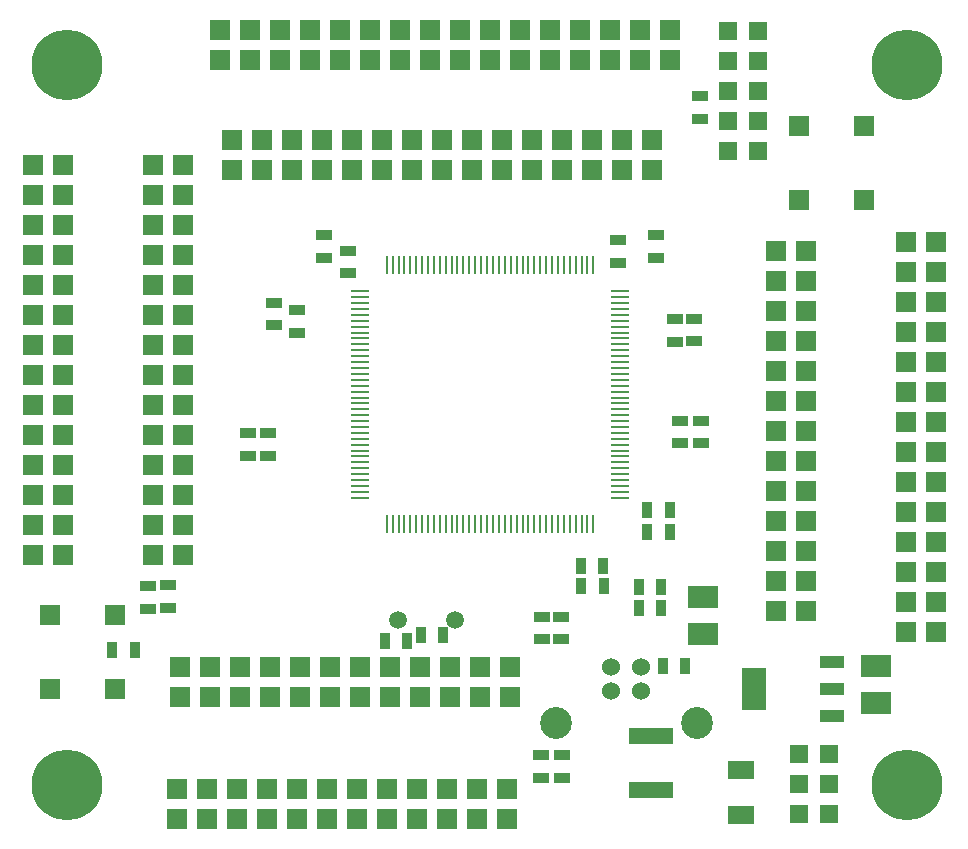
<source format=gbs>
G04 #@! TF.FileFunction,Soldermask,Bot*
%FSLAX46Y46*%
G04 Gerber Fmt 4.6, Leading zero omitted, Abs format (unit mm)*
G04 Created by KiCad (PCBNEW 0.201503110816+5502~22~ubuntu14.10.1-product) date St 11. březen 2015, 15:56:56 CET*
%MOMM*%
G01*
G04 APERTURE LIST*
%ADD10C,0.150000*%
%ADD11R,0.254000X1.524000*%
%ADD12R,1.524000X0.254000*%
%ADD13R,0.889000X1.397000*%
%ADD14R,1.397000X0.889000*%
%ADD15R,3.810000X1.397000*%
%ADD16C,1.524000*%
%ADD17C,2.700020*%
%ADD18C,1.501140*%
%ADD19R,2.199640X1.600200*%
%ADD20R,1.651000X1.651000*%
%ADD21R,2.032000X3.657600*%
%ADD22R,2.032000X1.016000*%
%ADD23R,2.499360X1.950720*%
%ADD24C,6.000000*%
%ADD25R,1.524000X1.524000*%
%ADD26R,1.676400X1.676400*%
G04 APERTURE END LIST*
D10*
D11*
X156324300Y-99885500D03*
X155816300Y-99885500D03*
X155321000Y-99885500D03*
X154825700Y-99885500D03*
X154317700Y-99885500D03*
X153822400Y-99885500D03*
X153327100Y-99885500D03*
X152819100Y-99885500D03*
X152323800Y-99885500D03*
X151828500Y-99885500D03*
X151320500Y-99885500D03*
X150825200Y-99885500D03*
X150329900Y-99885500D03*
X149821900Y-99885500D03*
X149326600Y-99885500D03*
X148831300Y-99885500D03*
X148323300Y-99885500D03*
X147828000Y-99885500D03*
X147320000Y-99885500D03*
X146824700Y-99885500D03*
X146316700Y-99885500D03*
X145821400Y-99885500D03*
X145326100Y-99885500D03*
X144818100Y-99885500D03*
X144322800Y-99885500D03*
X143827500Y-99885500D03*
X143319500Y-99885500D03*
X142824200Y-99885500D03*
X142328900Y-99885500D03*
X141820900Y-99885500D03*
X141325600Y-99885500D03*
X140830300Y-99885500D03*
X140322300Y-99885500D03*
X139827000Y-99885500D03*
X139331700Y-99885500D03*
X138823700Y-99885500D03*
D12*
X136588500Y-83146900D03*
X136588500Y-82651600D03*
X136588500Y-82156300D03*
X136588500Y-81648300D03*
X136588500Y-81153000D03*
X136588500Y-80657700D03*
X136588500Y-80149700D03*
X158559500Y-82651600D03*
X158559500Y-83146900D03*
X158559500Y-83654900D03*
X158559500Y-84150200D03*
X158559500Y-84645500D03*
X158559500Y-85153500D03*
X158559500Y-85648800D03*
X158559500Y-86144100D03*
X158559500Y-86652100D03*
X158559500Y-87147400D03*
X158559500Y-87642700D03*
X158559500Y-88150700D03*
X158559500Y-88646000D03*
X158559500Y-89154000D03*
X158559500Y-89649300D03*
X158559500Y-90157300D03*
X158559500Y-90652600D03*
X158559500Y-91147900D03*
X158559500Y-91655900D03*
X158559500Y-92151200D03*
X158559500Y-92646500D03*
X158559500Y-93154500D03*
X158559500Y-93649800D03*
X158559500Y-94145100D03*
X158559500Y-94653100D03*
X158559500Y-95148400D03*
X158559500Y-95643700D03*
X158559500Y-96151700D03*
X158559500Y-96647000D03*
X158559500Y-97142300D03*
X158559500Y-97650300D03*
X136588500Y-97650300D03*
X136588500Y-97142300D03*
X136588500Y-96647000D03*
X136588500Y-96151700D03*
X136588500Y-95643700D03*
X136588500Y-95148400D03*
X136588500Y-94653100D03*
X136588500Y-94145100D03*
X136588500Y-93649800D03*
X136588500Y-93154500D03*
X136588500Y-92646500D03*
X136588500Y-92151200D03*
X136588500Y-91655900D03*
X136588500Y-91147900D03*
X136588500Y-90652600D03*
X136588500Y-90157300D03*
X136588500Y-89649300D03*
X136588500Y-89154000D03*
X136588500Y-88646000D03*
X136588500Y-88150700D03*
X136588500Y-87642700D03*
X136588500Y-87147400D03*
X136588500Y-86652100D03*
X136588500Y-86144100D03*
X136588500Y-85648800D03*
X136588500Y-85153500D03*
X136588500Y-84645500D03*
X136588500Y-84150200D03*
X136588500Y-83654900D03*
D11*
X141325600Y-77914500D03*
X141820900Y-77914500D03*
X142328900Y-77914500D03*
X142824200Y-77914500D03*
X143319500Y-77914500D03*
X143827500Y-77914500D03*
X144322800Y-77914500D03*
X144818100Y-77914500D03*
X145326100Y-77914500D03*
X145821400Y-77914500D03*
X146316700Y-77914500D03*
X146824700Y-77914500D03*
X147320000Y-77914500D03*
X147828000Y-77914500D03*
X148323300Y-77914500D03*
X148831300Y-77914500D03*
X149326600Y-77914500D03*
X149821900Y-77914500D03*
X150329900Y-77914500D03*
X150825200Y-77914500D03*
X151320500Y-77914500D03*
X151828500Y-77914500D03*
X152323800Y-77914500D03*
X152819100Y-77914500D03*
X153327100Y-77914500D03*
X153822400Y-77914500D03*
X154317700Y-77914500D03*
X154825700Y-77914500D03*
X155321000Y-77914500D03*
X155816300Y-77914500D03*
X156324300Y-77914500D03*
X138823700Y-77914500D03*
X139331700Y-77914500D03*
X139827000Y-77914500D03*
X140322300Y-77914500D03*
X140830300Y-77914500D03*
D12*
X158559500Y-80149700D03*
X158559500Y-80657700D03*
X158559500Y-81153000D03*
X158559500Y-81648300D03*
X158559500Y-82156300D03*
D13*
X160896300Y-100533200D03*
X162801300Y-100533200D03*
D14*
X164871400Y-84391500D03*
X164871400Y-82486500D03*
X127076200Y-92189300D03*
X127076200Y-94094300D03*
D13*
X160896300Y-98704400D03*
X162801300Y-98704400D03*
D14*
X163652200Y-91122500D03*
X163652200Y-93027500D03*
X161645600Y-75399900D03*
X161645600Y-77304900D03*
X151892000Y-119443500D03*
X151892000Y-121348500D03*
X135559800Y-78651100D03*
X135559800Y-76746100D03*
X120289320Y-106967020D03*
X120289320Y-105062020D03*
X118587520Y-107017820D03*
X118587520Y-105112820D03*
X129311400Y-83019900D03*
X129311400Y-81114900D03*
X133502400Y-77330300D03*
X133502400Y-75425300D03*
D13*
X160185100Y-105156000D03*
X162090100Y-105156000D03*
X157187900Y-105079800D03*
X155282900Y-105079800D03*
D14*
X163245800Y-84416900D03*
X163245800Y-82511900D03*
D13*
X160159700Y-106934000D03*
X162064700Y-106934000D03*
D14*
X165455600Y-91122500D03*
X165455600Y-93027500D03*
X128778000Y-92189300D03*
X128778000Y-94094300D03*
X131216400Y-83680300D03*
X131216400Y-81775300D03*
X158445200Y-77762100D03*
X158445200Y-75857100D03*
D13*
X138645900Y-109778800D03*
X140550900Y-109778800D03*
X143598900Y-109270800D03*
X141693900Y-109270800D03*
D15*
X161239200Y-117830600D03*
X161239200Y-122402600D03*
D16*
X160395920Y-111998760D03*
X157855920Y-111998760D03*
X157855920Y-113997740D03*
X160395920Y-113997740D03*
D17*
X165125400Y-116697760D03*
X153126440Y-116697760D03*
D14*
X165328600Y-65570100D03*
X165328600Y-63665100D03*
D13*
X157162500Y-103378000D03*
X155257500Y-103378000D03*
D14*
X151993600Y-107708700D03*
X151993600Y-109613700D03*
X153619200Y-107708700D03*
X153619200Y-109613700D03*
D13*
X115608100Y-110490000D03*
X117513100Y-110490000D03*
D18*
X139748260Y-108000800D03*
X144630140Y-108000800D03*
D19*
X168808400Y-124505720D03*
X168808400Y-120705880D03*
D20*
X128955800Y-114477800D03*
X128955800Y-111937800D03*
X146481800Y-124841000D03*
X146481800Y-122301000D03*
X136575800Y-114477800D03*
X136575800Y-111937800D03*
X131241800Y-124841000D03*
X131241800Y-122301000D03*
X133781800Y-124841000D03*
X133781800Y-122301000D03*
X174345600Y-86868000D03*
X171805600Y-86868000D03*
X185318400Y-86106000D03*
X182778400Y-86106000D03*
X174345600Y-79248000D03*
X171805600Y-79248000D03*
X185318400Y-78486000D03*
X182778400Y-78486000D03*
X174345600Y-76708000D03*
X171805600Y-76708000D03*
X185318400Y-75946000D03*
X182778400Y-75946000D03*
X185318400Y-81026000D03*
X182778400Y-81026000D03*
X174345600Y-81788000D03*
X171805600Y-81788000D03*
X185318400Y-83566000D03*
X182778400Y-83566000D03*
X174345600Y-84328000D03*
X171805600Y-84328000D03*
X174345600Y-97028000D03*
X171805600Y-97028000D03*
X161290000Y-69850000D03*
X161290000Y-67310000D03*
X162814000Y-58039000D03*
X162814000Y-60579000D03*
X185318400Y-98806000D03*
X182778400Y-98806000D03*
X174345600Y-99568000D03*
X171805600Y-99568000D03*
X174345600Y-104648000D03*
X171805600Y-104648000D03*
X174345600Y-107188000D03*
X171805600Y-107188000D03*
X185318400Y-108966000D03*
X182778400Y-108966000D03*
X185318400Y-106426000D03*
X182778400Y-106426000D03*
X185318400Y-101346000D03*
X182778400Y-101346000D03*
X182778400Y-96266000D03*
X185318400Y-96266000D03*
X174345600Y-91948000D03*
X171805600Y-91948000D03*
X174345600Y-94488000D03*
X171805600Y-94488000D03*
X185318400Y-93726000D03*
X182778400Y-93726000D03*
X144195800Y-114477800D03*
X144195800Y-111937800D03*
X185318400Y-91186000D03*
X182778400Y-91186000D03*
X174345600Y-89408000D03*
X171805600Y-89408000D03*
X149021800Y-124841000D03*
X149021800Y-122301000D03*
X146735800Y-114477800D03*
X146735800Y-111937800D03*
X139115800Y-114477800D03*
X139115800Y-111937800D03*
X141655800Y-114477800D03*
X141655800Y-111937800D03*
X158750000Y-67310000D03*
X158750000Y-69850000D03*
X160274000Y-60579000D03*
X160274000Y-58039000D03*
X126415800Y-114477800D03*
X126415800Y-111937800D03*
X143941800Y-124841000D03*
X143941800Y-122301000D03*
X141401800Y-124841000D03*
X141401800Y-122301000D03*
X149275800Y-114477800D03*
X149275800Y-111937800D03*
X182778400Y-103886000D03*
X185318400Y-103886000D03*
X174345600Y-102108000D03*
X171805600Y-102108000D03*
X185318400Y-88646000D03*
X182778400Y-88646000D03*
X138861800Y-124841000D03*
X138861800Y-122301000D03*
X136321800Y-124841000D03*
X136321800Y-122301000D03*
X134035800Y-114477800D03*
X134035800Y-111937800D03*
X131495800Y-114477800D03*
X131495800Y-111937800D03*
X128701800Y-124841000D03*
X128701800Y-122301000D03*
X111404400Y-82169000D03*
X108864400Y-82169000D03*
X111404400Y-77089000D03*
X108864400Y-77089000D03*
X121564400Y-74549000D03*
X119024400Y-74549000D03*
X111404400Y-72009000D03*
X108864400Y-72009000D03*
X121564400Y-77089000D03*
X119024400Y-77089000D03*
X121564400Y-79629000D03*
X119024400Y-79629000D03*
X111404400Y-84709000D03*
X108864400Y-84709000D03*
X121564400Y-84709000D03*
X119024400Y-84709000D03*
X121564400Y-89789000D03*
X119024400Y-89789000D03*
X111404400Y-89789000D03*
X108864400Y-89789000D03*
X111404400Y-102489000D03*
X108864400Y-102489000D03*
X111404400Y-69469000D03*
X108864400Y-69469000D03*
X123621800Y-124841000D03*
X123621800Y-122301000D03*
X123875800Y-114477800D03*
X123875800Y-111937800D03*
X119024400Y-69469000D03*
X121564400Y-69469000D03*
X121564400Y-99949000D03*
X119024400Y-99949000D03*
X126161800Y-124841000D03*
X126161800Y-122301000D03*
X138430000Y-69850000D03*
X138430000Y-67310000D03*
X142494000Y-60579000D03*
X142494000Y-58039000D03*
X121335800Y-114477800D03*
X121335800Y-111937800D03*
X128270000Y-69850000D03*
X128270000Y-67310000D03*
X139954000Y-60579000D03*
X139954000Y-58039000D03*
X129794000Y-58039000D03*
X129794000Y-60579000D03*
X140970000Y-69850000D03*
X140970000Y-67310000D03*
X145034000Y-60579000D03*
X145034000Y-58039000D03*
X152654000Y-60579000D03*
X152654000Y-58039000D03*
X150114000Y-58039000D03*
X150114000Y-60579000D03*
X146050000Y-69850000D03*
X146050000Y-67310000D03*
X148590000Y-69850000D03*
X148590000Y-67310000D03*
X155194000Y-60579000D03*
X155194000Y-58039000D03*
X157734000Y-58039000D03*
X157734000Y-60579000D03*
X156210000Y-69850000D03*
X156210000Y-67310000D03*
X151130000Y-67310000D03*
X151130000Y-69850000D03*
X153670000Y-67310000D03*
X153670000Y-69850000D03*
X111404400Y-74549000D03*
X108864400Y-74549000D03*
X121564400Y-102489000D03*
X119024400Y-102489000D03*
X121564400Y-94869000D03*
X119024400Y-94869000D03*
X111404400Y-92329000D03*
X108864400Y-92329000D03*
X111404400Y-87249000D03*
X108864400Y-87249000D03*
X121564400Y-87249000D03*
X119024400Y-87249000D03*
X121081800Y-124841000D03*
X121081800Y-122301000D03*
X125730000Y-69850000D03*
X125730000Y-67310000D03*
X124714000Y-60579000D03*
X124714000Y-58039000D03*
X147574000Y-60579000D03*
X147574000Y-58039000D03*
X121564400Y-72009000D03*
X119024400Y-72009000D03*
X127254000Y-60579000D03*
X127254000Y-58039000D03*
X132334000Y-60579000D03*
X132334000Y-58039000D03*
X111404400Y-99949000D03*
X108864400Y-99949000D03*
X111404400Y-97409000D03*
X108864400Y-97409000D03*
X111404400Y-94869000D03*
X108864400Y-94869000D03*
X130810000Y-69850000D03*
X130810000Y-67310000D03*
X133350000Y-69850000D03*
X133350000Y-67310000D03*
X143510000Y-69850000D03*
X143510000Y-67310000D03*
X119024400Y-97409000D03*
X121564400Y-97409000D03*
X121564400Y-92329000D03*
X119024400Y-92329000D03*
X135890000Y-69850000D03*
X135890000Y-67310000D03*
X137414000Y-60579000D03*
X137414000Y-58039000D03*
X134874000Y-60579000D03*
X134874000Y-58039000D03*
X111404400Y-79629000D03*
X108864400Y-79629000D03*
X121564400Y-82169000D03*
X119024400Y-82169000D03*
D13*
X162217100Y-111912400D03*
X164122100Y-111912400D03*
D14*
X153670000Y-119443500D03*
X153670000Y-121348500D03*
D21*
X169887900Y-113814860D03*
D22*
X176491900Y-113814860D03*
X176491900Y-116100860D03*
X176491900Y-111528860D03*
D23*
X180213000Y-111887000D03*
X180213000Y-114985800D03*
X165633400Y-106060240D03*
X165633400Y-109159040D03*
D24*
X111760000Y-60960000D03*
X111760000Y-121920000D03*
X182880000Y-121920000D03*
X182880000Y-60960000D03*
D25*
X170281600Y-68300600D03*
X167741600Y-68300600D03*
X170281600Y-65760600D03*
X167741600Y-65760600D03*
X170281600Y-63220600D03*
X167741600Y-63220600D03*
X170281600Y-60680600D03*
X167741600Y-60680600D03*
X170281600Y-58140600D03*
X167741600Y-58140600D03*
X176276000Y-124409200D03*
X173736000Y-124409200D03*
X176276000Y-121869200D03*
X173736000Y-121869200D03*
X176276000Y-119329200D03*
X173736000Y-119329200D03*
D26*
X179229200Y-72441200D03*
X173729200Y-72441200D03*
X179229200Y-66141200D03*
X173729200Y-66141200D03*
X115780000Y-113843200D03*
X110280000Y-113843200D03*
X115780000Y-107543200D03*
X110280000Y-107543200D03*
M02*

</source>
